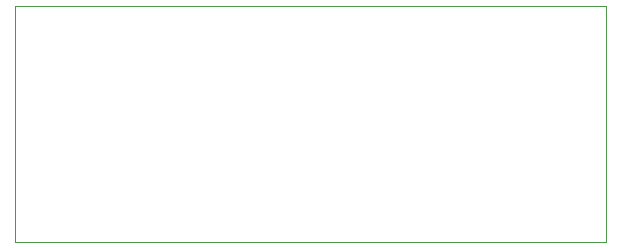
<source format=gm1>
G04 #@! TF.GenerationSoftware,KiCad,Pcbnew,8.0.5*
G04 #@! TF.CreationDate,2024-10-13T03:13:12+02:00*
G04 #@! TF.ProjectId,DCDC_converter,44434443-5f63-46f6-9e76-65727465722e,rev?*
G04 #@! TF.SameCoordinates,Original*
G04 #@! TF.FileFunction,Profile,NP*
%FSLAX46Y46*%
G04 Gerber Fmt 4.6, Leading zero omitted, Abs format (unit mm)*
G04 Created by KiCad (PCBNEW 8.0.5) date 2024-10-13 03:13:12*
%MOMM*%
%LPD*%
G01*
G04 APERTURE LIST*
G04 #@! TA.AperFunction,Profile*
%ADD10C,0.050000*%
G04 #@! TD*
G04 APERTURE END LIST*
D10*
X100000000Y-70000000D02*
X50000000Y-70000000D01*
X100000000Y-50000000D02*
X100000000Y-70000000D01*
X50000000Y-50000000D02*
X100000000Y-50000000D01*
X50000000Y-70000000D02*
X50000000Y-50000000D01*
M02*

</source>
